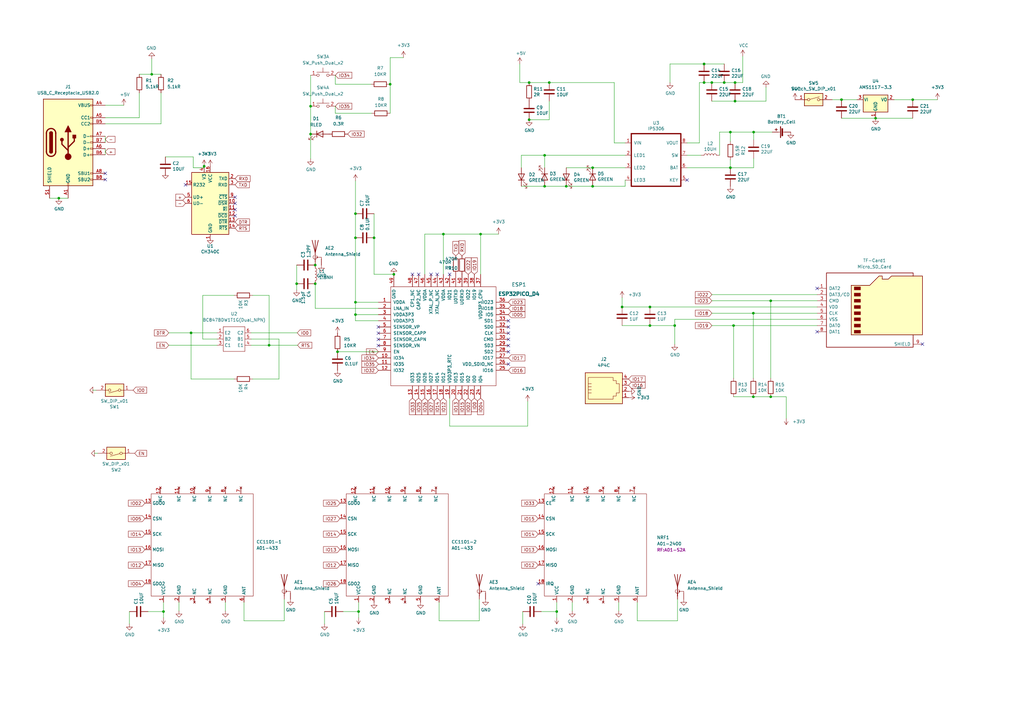
<source format=kicad_sch>
(kicad_sch (version 20211123) (generator eeschema)
  (paper "A3")
  (title_block (title "RF") (date "2022-06-02") (company "BY-LEON"))
  (lib_symbols
    (symbol "Connector:4P4C" (pin_names (offset 1.016))
      (property "Reference" "J" (at -5.08 8.89 0))
      (property "Value" "4P4C" (at 2.54 8.89 0))
      (symbol "4P4C_1_1"
        (pin passive line (at 10.16 -2.54 180) (length 2.54) (name "~") (number "1"))
        (pin passive line (at 10.16 0 180) (length 2.54) (name "~") (number "2"))
        (pin passive line (at 10.16 2.54 180) (length 2.54) (name "~") (number "3"))
        (pin passive line (at 10.16 5.08 180) (length 2.54) (name "~") (number "4"))
      )
    )
    (symbol "Connector:Micro_SD_Card" (pin_names (offset 1.016))
      (property "Reference" "J" (at -16.51 15.24 0))
      (property "Value" "Micro_SD_Card" (at 16.51 15.24 0))
      (symbol "Micro_SD_Card_1_1"
        (pin bidirectional line (at -22.86 7.62 0) (length 3.81) (name "DAT2") (number "1"))
        (pin bidirectional line (at -22.86 5.08 0) (length 3.81) (name "DAT3/CD") (number "2"))
        (pin input line (at -22.86 2.54 0) (length 3.81) (name "CMD") (number "3"))
        (pin power_in line (at -22.86 0 0) (length 3.81) (name "VDD") (number "4"))
        (pin input line (at -22.86 -2.54 0) (length 3.81) (name "CLK") (number "5"))
        (pin power_in line (at -22.86 -5.08 0) (length 3.81) (name "VSS") (number "6"))
        (pin bidirectional line (at -22.86 -7.62 0) (length 3.81) (name "DAT0") (number "7"))
        (pin bidirectional line (at -22.86 -10.16 0) (length 3.81) (name "DAT1") (number "8"))
        (pin passive line (at 20.32 -15.24 180) (length 3.81) (name "SHIELD") (number "9"))
      )
    )
    (symbol "Connector:USB_C_Receptacle_USB2.0" (pin_names (offset 1.016))
      (property "Reference" "J" (at -10.16 19.05 0))
      (property "Value" "USB_C_Receptacle_USB2.0" (at 19.05 19.05 0))
      (symbol "USB_C_Receptacle_USB2.0_1_1"
        (pin passive line (at 0 -22.86 90) (length 5.08) (name "GND") (number "A1"))
        (pin passive line (at 0 -22.86 90) (length 5.08) hide (name "GND") (number "A12"))
        (pin passive line (at 15.24 15.24 180) (length 5.08) (name "VBUS") (number "A4"))
        (pin bidirectional line (at 15.24 10.16 180) (length 5.08) (name "CC1") (number "A5"))
        (pin bidirectional line (at 15.24 -2.54 180) (length 5.08) (name "D+") (number "A6"))
        (pin bidirectional line (at 15.24 2.54 180) (length 5.08) (name "D-") (number "A7"))
        (pin bidirectional line (at 15.24 -12.7 180) (length 5.08) (name "SBU1") (number "A8"))
        (pin passive line (at 15.24 15.24 180) (length 5.08) hide (name "VBUS") (number "A9"))
        (pin passive line (at 0 -22.86 90) (length 5.08) hide (name "GND") (number "B1"))
        (pin passive line (at 0 -22.86 90) (length 5.08) hide (name "GND") (number "B12"))
        (pin passive line (at 15.24 15.24 180) (length 5.08) hide (name "VBUS") (number "B4"))
        (pin bidirectional line (at 15.24 7.62 180) (length 5.08) (name "CC2") (number "B5"))
        (pin bidirectional line (at 15.24 -5.08 180) (length 5.08) (name "D+") (number "B6"))
        (pin bidirectional line (at 15.24 0 180) (length 5.08) (name "D-") (number "B7"))
        (pin bidirectional line (at 15.24 -15.24 180) (length 5.08) (name "SBU2") (number "B8"))
        (pin passive line (at 15.24 15.24 180) (length 5.08) hide (name "VBUS") (number "B9"))
        (pin passive line (at -7.62 -22.86 90) (length 5.08) (name "SHIELD") (number "S1"))
      )
    )
    (symbol "Device:Antenna_Shield" (pin_numbers hide) (pin_names (offset 1.016) hide)
      (property "Reference" "AE" (at -1.905 4.445 0))
      (property "Value" "Antenna_Shield" (at -1.905 2.54 0))
      (symbol "Antenna_Shield_1_1"
        (pin input line (at 0 -5.08 90) (length 2.54) (name "A") (number "1"))
        (pin input line (at 2.54 -5.08 90) (length 2.54) (name "Shield") (number "2"))
      )
    )
    (symbol "Device:Battery_Cell" (pin_numbers hide) (pin_names (offset 0) hide)
      (property "Reference" "BT" (at 2.54 2.54 0))
      (property "Value" "Battery_Cell" (at 2.54 0 0))
      (symbol "Battery_Cell_1_1"
        (pin passive line (at 0 5.08 270) (length 2.54) (name "+") (number "1"))
        (pin passive line (at 0 -2.54 90) (length 2.54) (name "-") (number "2"))
      )
    )
    (symbol "Device:C" (pin_numbers hide) (pin_names (offset 0.254))
      (property "Reference" "C" (at 0.635 2.54 0))
      (property "Value" "C" (at 0.635 -2.54 0))
      (symbol "C_1_1"
        (pin passive line (at 0 3.81 270) (length 2.794) (name "~") (number "1"))
        (pin passive line (at 0 -3.81 90) (length 2.794) (name "~") (number "2"))
      )
    )
    (symbol "Device:L" (pin_numbers hide) (pin_names (offset 1.016) hide)
      (property "Reference" "L" (at -1.27 0 90))
      (property "Value" "L" (at 1.905 0 90))
      (symbol "L_1_1"
        (pin passive line (at 0 3.81 270) (length 1.27) (name "1") (number "1"))
        (pin passive line (at 0 -3.81 90) (length 1.27) (name "2") (number "2"))
      )
    )
    (symbol "Device:LED" (pin_numbers hide) (pin_names (offset 1.016) hide)
      (property "Reference" "D" (at 0 2.54 0))
      (property "Value" "LED" (at 0 -2.54 0))
      (symbol "LED_1_1"
        (pin passive line (at -3.81 0 0) (length 2.54) (name "K") (number "1"))
        (pin passive line (at 3.81 0 180) (length 2.54) (name "A") (number "2"))
      )
    )
    (symbol "Device:R" (pin_numbers hide) (pin_names (offset 0))
      (property "Reference" "R" (at 2.032 0 90))
      (property "Value" "R" (at 0 0 90))
      (symbol "R_1_1"
        (pin passive line (at 0 3.81 270) (length 1.27) (name "~") (number "1"))
        (pin passive line (at 0 -3.81 90) (length 1.27) (name "~") (number "2"))
      )
    )
    (symbol "ESP32+CC1101-cache:Switch_SW_DIP_x01" (pin_names (offset 0) hide)
      (property "Reference" "SW" (at 0 3.81 0))
      (property "Value" "Switch_SW_DIP_x01" (at 0 -3.81 0))
      (symbol "Switch_SW_DIP_x01_1_1"
        (pin passive line (at -7.62 0 0) (length 5.08) (name "~") (number "1"))
        (pin passive line (at 7.62 0 180) (length 5.08) (name "~") (number "2"))
      )
    )
    (symbol "ESP32+CC1101-rescue:GND-yardstickone-cache" (power) (pin_names (offset 0))
      (symbol "GND-yardstickone-cache_1_1"
        (pin power_in line (at 0 0 90) (length 0) hide (name "GND") (number "1"))
      )
    )
    (symbol "Interface_USB:CH340C"
      (property "Reference" "U" (at -5.08 13.97 0))
      (property "Value" "CH340C" (at 1.27 13.97 0))
      (symbol "CH340C_1_1"
        (pin power_in line (at 0 -15.24 90) (length 2.54) (name "GND") (number "1"))
        (pin input line (at 10.16 0 180) (length 2.54) (name "~{DSR}") (number "10"))
        (pin input line (at 10.16 -2.54 180) (length 2.54) (name "~{RI}") (number "11"))
        (pin input line (at 10.16 -5.08 180) (length 2.54) (name "~{DCD}") (number "12"))
        (pin output line (at 10.16 -7.62 180) (length 2.54) (name "~{DTR}") (number "13"))
        (pin output line (at 10.16 -10.16 180) (length 2.54) (name "~{RTS}") (number "14"))
        (pin input line (at -10.16 7.62 0) (length 2.54) (name "R232") (number "15"))
        (pin power_in line (at 0 15.24 270) (length 2.54) (name "VCC") (number "16"))
        (pin output line (at 10.16 10.16 180) (length 2.54) (name "TXD") (number "2"))
        (pin input line (at 10.16 7.62 180) (length 2.54) (name "RXD") (number "3"))
        (pin passive line (at -2.54 15.24 270) (length 2.54) (name "V3") (number "4"))
        (pin bidirectional line (at -10.16 2.54 0) (length 2.54) (name "UD+") (number "5"))
        (pin bidirectional line (at -10.16 0 0) (length 2.54) (name "UD-") (number "6"))
        (pin no_connect line (at -7.62 -7.62 0) (length 2.54) hide (name "NC") (number "7"))
        (pin no_connect line (at -7.62 -10.16 0) (length 2.54) hide (name "NC") (number "8"))
        (pin input line (at 10.16 2.54 180) (length 2.54) (name "~{CTS}") (number "9"))
      )
    )
    (symbol "LEON:BC847BDW1T1G(Dual_NPN)"
      (property "Reference" "U" (at -1.27 6.35 0))
      (property "Value" "BC847BDW1T1G(Dual_NPN)" (at 1.27 -7.62 0))
      (symbol "BC847BDW1T1G(Dual_NPN)_1_1"
        (pin bidirectional line (at -7.62 2.54 0) (length 2.54) (name "E2") (number "1"))
        (pin bidirectional line (at -7.62 0 0) (length 2.54) (name "B2") (number "2"))
        (pin bidirectional line (at -7.62 -2.54 0) (length 2.54) (name "C1") (number "3"))
        (pin bidirectional line (at 6.35 -2.54 180) (length 2.54) (name "E1") (number "4"))
        (pin bidirectional line (at 6.35 0 180) (length 2.54) (name "B1") (number "5"))
        (pin bidirectional line (at 6.35 2.54 180) (length 2.54) (name "C2") (number "6"))
      )
    )
    (symbol "Regulator_Linear:AMS1117-3.3" (pin_names (offset 0.254))
      (property "Reference" "U" (at -3.81 3.175 0))
      (property "Value" "AMS1117-3.3" (at 0 3.175 0))
      (symbol "AMS1117-3.3_1_1"
        (pin power_in line (at 0 -7.62 90) (length 2.54) (name "GND") (number "1"))
        (pin power_out line (at 7.62 0 180) (length 2.54) (name "VO") (number "2"))
        (pin power_in line (at -7.62 0 0) (length 2.54) (name "VI") (number "3"))
      )
    )
    (symbol "Switch:SW_DIP_x01" (pin_names (offset 0) hide)
      (property "Reference" "SW" (at 0 3.81 0))
      (property "Value" "SW_DIP_x01" (at 0 -3.81 0))
      (symbol "SW_DIP_x01_1_1"
        (pin passive line (at -7.62 0 0) (length 5.08) (name "~") (number "1"))
        (pin passive line (at 7.62 0 180) (length 5.08) (name "~") (number "2"))
      )
    )
    (symbol "Switch:SW_Push_Dual_x2" (pin_names (offset 1.016) hide)
      (property "Reference" "SW" (at 1.27 2.54 0))
      (property "Value" "SW_Push_Dual_x2" (at 0 -1.524 0))
      (symbol "SW_Push_Dual_x2_1_1"
        (pin passive line (at -5.08 0 0) (length 2.54) (name "C") (number "1"))
        (pin passive line (at 5.08 0 180) (length 2.54) (name "D") (number "2"))
      )
      (symbol "SW_Push_Dual_x2_2_1"
        (pin passive line (at -5.08 0 0) (length 2.54) (name "C") (number "3"))
        (pin passive line (at 5.08 0 180) (length 2.54) (name "D") (number "4"))
      )
    )
    (symbol "esp32-rescue:IP5306-RF1101" (pin_names (offset 1.016))
      (property "Reference" "U" (at 0 -3.81 0))
      (property "Value" "IP5306-RF1101" (at 0 2.54 0))
      (symbol "IP5306-RF1101_1_1"
        (pin power_in line (at -12.7 6.35 0) (length 2.54) (name "VIN") (number "1"))
        (pin bidirectional line (at -12.7 1.27 0) (length 2.54) (name "LED1") (number "2"))
        (pin bidirectional line (at -12.7 -3.81 0) (length 2.54) (name "LED2") (number "3"))
        (pin bidirectional line (at -12.7 -8.89 0) (length 2.54) (name "LED3") (number "4"))
        (pin bidirectional line (at 12.7 -8.89 180) (length 2.54) (name "KEY") (number "5"))
        (pin bidirectional line (at 12.7 -3.81 180) (length 2.54) (name "BAT") (number "6"))
        (pin bidirectional line (at 12.7 1.27 180) (length 2.54) (name "SW") (number "7"))
        (pin bidirectional line (at 12.7 6.35 180) (length 2.54) (name "VOUT") (number "8"))
      )
    )
    (symbol "esp32pico_d4:ESP32PICO_D4" (pin_names (offset 1.016))
      (property "Reference" "ESP" (at 20.32 17.78 0))
      (property "Value" "ESP32PICO_D4" (at 25.4 20.32 0))
      (symbol "ESP32PICO_D4_1_1"
        (pin bidirectional line (at -5.08 34.29 0) (length 5.08) (name "VDDA") (number "1"))
        (pin bidirectional line (at -5.08 11.43 0) (length 5.08) (name "IO34") (number "10"))
        (pin bidirectional line (at -5.08 8.89 0) (length 5.08) (name "IO35") (number "11"))
        (pin bidirectional line (at -5.08 6.35 0) (length 5.08) (name "IO32") (number "12"))
        (pin bidirectional line (at 8.89 -5.08 90) (length 5.08) (name "IO33") (number "13"))
        (pin bidirectional line (at 11.43 -5.08 90) (length 5.08) (name "IO25") (number "14"))
        (pin bidirectional line (at 13.97 -5.08 90) (length 5.08) (name "IO26") (number "15"))
        (pin bidirectional line (at 16.51 -5.08 90) (length 5.08) (name "IO27") (number "16"))
        (pin bidirectional line (at 19.05 -5.08 90) (length 5.08) (name "IO14") (number "17"))
        (pin bidirectional line (at 21.59 -5.08 90) (length 5.08) (name "IO12") (number "18"))
        (pin bidirectional line (at 24.13 -5.08 90) (length 5.08) (name "VDD3P3_RTC") (number "19"))
        (pin bidirectional line (at -5.08 31.75 0) (length 5.08) (name "LNA_IN") (number "2"))
        (pin bidirectional line (at 26.67 -5.08 90) (length 5.08) (name "IO13") (number "20"))
        (pin bidirectional line (at 29.21 -5.08 90) (length 5.08) (name "IO15") (number "21"))
        (pin bidirectional line (at 31.75 -5.08 90) (length 5.08) (name "IO2") (number "22"))
        (pin bidirectional line (at 34.29 -5.08 90) (length 5.08) (name "IO0") (number "23"))
        (pin bidirectional line (at 36.83 -5.08 90) (length 5.08) (name "IO4") (number "24"))
        (pin bidirectional line (at 48.26 6.35 180) (length 5.08) (name "IO16") (number "25"))
        (pin bidirectional line (at 48.26 8.89 180) (length 5.08) (name "VDD_SDIO_NC") (number "26"))
        (pin bidirectional line (at 48.26 11.43 180) (length 5.08) (name "IO17") (number "27"))
        (pin bidirectional line (at 48.26 13.97 180) (length 5.08) (name "SD2") (number "28"))
        (pin bidirectional line (at 48.26 16.51 180) (length 5.08) (name "SD3") (number "29"))
        (pin bidirectional line (at -5.08 29.21 0) (length 5.08) (name "VDDA3P3") (number "3"))
        (pin bidirectional line (at 48.26 19.05 180) (length 5.08) (name "CMD") (number "30"))
        (pin bidirectional line (at 48.26 21.59 180) (length 5.08) (name "CLK") (number "31"))
        (pin bidirectional line (at 48.26 24.13 180) (length 5.08) (name "SD0") (number "32"))
        (pin bidirectional line (at 48.26 26.67 180) (length 5.08) (name "SD1") (number "33"))
        (pin bidirectional line (at 48.26 29.21 180) (length 5.08) (name "IO5") (number "34"))
        (pin bidirectional line (at 48.26 31.75 180) (length 5.08) (name "IO18") (number "35"))
        (pin bidirectional line (at 48.26 34.29 180) (length 5.08) (name "IO23") (number "36"))
        (pin bidirectional line (at 36.83 45.72 270) (length 5.08) (name "VDD3P3_CPU") (number "37"))
        (pin bidirectional line (at 34.29 45.72 270) (length 5.08) (name "IO19") (number "38"))
        (pin bidirectional line (at 31.75 45.72 270) (length 5.08) (name "IO22") (number "39"))
        (pin bidirectional line (at -5.08 26.67 0) (length 5.08) (name "VDDA3P3") (number "4"))
        (pin bidirectional line (at 29.21 45.72 270) (length 5.08) (name "U0RXD") (number "40"))
        (pin bidirectional line (at 26.67 45.72 270) (length 5.08) (name "U0TXD") (number "41"))
        (pin bidirectional line (at 24.13 45.72 270) (length 5.08) (name "IO21") (number "42"))
        (pin bidirectional line (at 21.59 45.72 270) (length 5.08) (name "VDDA") (number "43"))
        (pin bidirectional line (at 19.05 45.72 270) (length 5.08) (name "XTAL_N_NC") (number "44"))
        (pin bidirectional line (at 16.51 45.72 270) (length 5.08) (name "XTAL_P_NC") (number "45"))
        (pin bidirectional line (at 13.97 45.72 270) (length 5.08) (name "VDDA") (number "46"))
        (pin bidirectional line (at 11.43 45.72 270) (length 5.08) (name "CAP2_NC") (number "47"))
        (pin bidirectional line (at 8.89 45.72 270) (length 5.08) (name "CP1_NC") (number "48"))
        (pin bidirectional line (at 1.27 45.72 270) (length 5.08) (name "GND") (number "49"))
        (pin bidirectional line (at -5.08 24.13 0) (length 5.08) (name "SENSOR_VP") (number "5"))
        (pin bidirectional line (at -5.08 21.59 0) (length 5.08) (name "SENSOR_CAPP") (number "6"))
        (pin bidirectional line (at -5.08 19.05 0) (length 5.08) (name "SENSOR_CAPN") (number "7"))
        (pin bidirectional line (at -5.08 16.51 0) (length 5.08) (name "SENSOR_VN") (number "8"))
        (pin bidirectional line (at -5.08 13.97 0) (length 5.08) (name "EN") (number "9"))
      )
    )
    (symbol "power:+3.3V" (power) (pin_names (offset 0))
      (property "Value" "+3.3V" (at 0 3.556 0))
      (symbol "+3.3V_1_1"
        (pin power_in line (at 0 0 90) (length 0) hide (name "+3V3") (number "1"))
      )
    )
    (symbol "power:+5V" (power) (pin_names (offset 0))
      (property "Value" "+5V" (at 0 3.556 0))
      (symbol "+5V_1_1"
        (pin power_in line (at 0 0 90) (length 0) hide (name "+5V") (number "1"))
      )
    )
    (symbol "power:GND" (power) (pin_names (offset 0))
      (property "Value" "GND" (at 0 -3.81 0))
      (symbol "GND_1_1"
        (pin power_in line (at 0 0 270) (length 0) hide (name "GND") (number "1"))
      )
    )
    (symbol "power:VCC" (power) (pin_names (offset 0))
      (property "Value" "VCC" (at 0 3.81 0))
      (symbol "VCC_1_1"
        (pin power_in line (at 0 0 90) (length 0) hide (name "VCC") (number "1"))
      )
    )
    (symbol "rf1101_ip5306:A01-2400"
      (property "Reference" "M" (at 0 -5.08 0))
      (property "Value" "A01-2400" (at 0 5.08 0))
      (property "Footprint" "RF:A01-S2A" (at 0 0 0))
      (symbol "A01-2400_1_1"
        (pin power_in line (at -15.24 -22.86 90) (length 2.54) (name "VCC") (number "1"))
        (pin no_connect line (at -2.54 24.13 270) (length 2.54) (name "NC") (number "10"))
        (pin no_connect line (at -8.89 24.13 270) (length 2.54) (name "NC") (number "11"))
        (pin no_connect line (at -16.51 24.13 270) (length 2.54) (name "NC") (number "12"))
        (pin bidirectional line (at -22.86 17.78 0) (length 2.54) (name "CE") (number "13"))
        (pin bidirectional line (at -22.86 11.43 0) (length 2.54) (name "CSN") (number "14"))
        (pin bidirectional line (at -22.86 5.08 0) (length 2.54) (name "SCK") (number "15"))
        (pin bidirectional line (at -22.86 -1.27 0) (length 2.54) (name "MOSI") (number "16"))
        (pin bidirectional line (at -22.86 -7.62 0) (length 2.54) (name "MISO") (number "17"))
        (pin bidirectional line (at -22.86 -15.24 0) (length 2.54) (name "IRQ") (number "18"))
        (pin power_in line (at -8.89 -22.86 90) (length 2.54) (name "GND") (number "2"))
        (pin no_connect line (at -2.54 -22.86 90) (length 2.54) (name "NC") (number "3"))
        (pin no_connect line (at 3.81 -22.86 90) (length 2.54) (name "NC") (number "4"))
        (pin power_in line (at 10.16 -22.86 90) (length 2.54) (name "GND") (number "5"))
        (pin bidirectional line (at 17.78 -22.86 90) (length 2.54) (name "ANT") (number "6"))
        (pin no_connect line (at 16.51 24.13 270) (length 2.54) (name "NC") (number "7"))
        (pin no_connect line (at 10.16 24.13 270) (length 2.54) (name "NC") (number "8"))
        (pin no_connect line (at 3.81 24.13 270) (length 2.54) (name "NC") (number "9"))
      )
    )
    (symbol "rf1101_ip5306:A01-433"
      (property "Reference" "M" (at 0 -2.54 0))
      (property "Value" "A01-433" (at 0 3.81 0))
      (symbol "A01-433_1_1"
        (pin power_in line (at -15.24 -22.86 90) (length 2.54) (name "VCC") (number "1"))
        (pin no_connect line (at -2.54 24.13 270) (length 2.54) (name "NC") (number "10"))
        (pin no_connect line (at -8.89 24.13 270) (length 2.54) (name "NC") (number "11"))
        (pin no_connect line (at -16.51 24.13 270) (length 2.54) (name "NC") (number "12"))
        (pin bidirectional line (at -22.86 17.78 0) (length 2.54) (name "GDO0") (number "13"))
        (pin bidirectional line (at -22.86 11.43 0) (length 2.54) (name "CSN") (number "14"))
        (pin bidirectional line (at -22.86 5.08 0) (length 2.54) (name "SCK") (number "15"))
        (pin bidirectional line (at -22.86 -1.27 0) (length 2.54) (name "MOSI") (number "16"))
        (pin bidirectional line (at -22.86 -7.62 0) (length 2.54) (name "MISO") (number "17"))
        (pin bidirectional line (at -22.86 -15.24 0) (length 2.54) (name "GDO2") (number "18"))
        (pin power_in line (at -8.89 -22.86 90) (length 2.54) (name "GND") (number "2"))
        (pin no_connect line (at -2.54 -22.86 90) (length 2.54) (name "NC") (number "3"))
        (pin no_connect line (at 3.81 -22.86 90) (length 2.54) (name "NC") (number "4"))
        (pin power_in line (at 10.16 -22.86 90) (length 2.54) (name "GND") (number "5"))
        (pin bidirectional line (at 17.78 -22.86 90) (length 2.54) (name "ANT") (number "6"))
        (pin no_connect line (at 16.51 24.13 270) (length 2.54) (name "NC") (number "7"))
        (pin no_connect line (at 10.16 24.13 270) (length 2.54) (name "NC") (number "8"))
        (pin no_connect line (at 3.81 24.13 270) (length 2.54) (name "NC") (number "9"))
      )
    )
  )
  (junction (at 181.864 96.012))
  (junction (at 197.104 96.012))
  (junction (at 308.991 128.4478))
  (junction (at 145.796 123.952))
  (junction (at 301.4726 33.8582))
  (junction (at 110.363 141.605))
  (junction (at 243.0526 76.4032))
  (junction (at 78.359 136.525))
  (junction (at 243.0526 68.7832))
  (junction (at 67.056 250.825))
  (junction (at 129.286 116.3574))
  (junction (at 24.13 81.28))
  (junction (at 255.143 125.9078))
  (junction (at 291.9476 33.8582))
  (junction (at 300.863 133.5278))
  (junction (at 83.7184 68.1736))
  (junction (at 223.3676 63.7032))
  (junction (at 228.346 250.825))
  (junction (at 217.0176 49.0982))
  (junction (at 145.796 87.63))
  (junction (at 160.02 34.544))
  (junction (at 145.796 97.536))
  (junction (at 309.0926 54.1782))
  (junction (at 138.43 144.272))
  (junction (at 145.796 129.032))
  (junction (at 147.066 250.825))
  (junction (at 223.3676 76.4032))
  (junction (at 153.416 97.536))
  (junction (at 266.573 133.5278))
  (junction (at 359.1052 48.4886))
  (junction (at 288.7726 26.2382))
  (junction (at 232.2576 76.4032))
  (junction (at 127.381 54.991))
  (junction (at 345.1352 40.8686))
  (junction (at 161.544 112.522))
  (junction (at 266.573 125.9078))
  (junction (at 121.666 116.3574))
  (junction (at 225.2726 33.8582))
  (junction (at 316.103 162.7378))
  (junction (at 288.7726 33.8582))
  (junction (at 129.286 108.712))
  (junction (at 316.103 123.3678))
  (junction (at 297.0276 33.8582))
  (junction (at 127.381 43.561))
  (junction (at 374.3452 40.8686))
  (junction (at 301.4726 41.4782))
  (junction (at 62.23 30.48))
  (junction (at 299.5676 68.7832))
  (junction (at 299.5676 54.1782))
  (junction (at 308.991 162.7378))
  (junction (at 276.733 133.5278))
  (junction (at 217.0176 33.8582))
  (no_connect (at 155.194 141.732))
  (no_connect (at 155.194 139.192))
  (no_connect (at 155.194 136.652))
  (no_connect (at 169.164 112.522))
  (no_connect (at 171.704 112.522))
  (no_connect (at 176.784 112.522))
  (no_connect (at 179.324 112.522))
  (no_connect (at 155.194 134.112))
  (no_connect (at 43.18 73.66))
  (no_connect (at 96.4184 80.8736))
  (no_connect (at 281.7876 73.8632))
  (no_connect (at 335.153 118.2878))
  (no_connect (at 335.153 136.0678))
  (no_connect (at 184.404 112.522))
  (no_connect (at 208.534 131.572))
  (no_connect (at 220.726 239.395))
  (no_connect (at 96.4184 85.9536))
  (no_connect (at 96.4184 88.4936))
  (no_connect (at 378.333 141.1478))
  (no_connect (at 76.0984 75.7936))
  (no_connect (at 208.534 134.112))
  (no_connect (at 208.534 136.652))
  (no_connect (at 208.534 139.192))
  (no_connect (at 208.534 141.732))
  (no_connect (at 208.534 144.272))
  (no_connect (at 208.534 149.352))
  (no_connect (at 43.18 71.12))
  (no_connect (at 96.4184 83.4136))
  (wire (pts (xy 316.103 123.3678) (xy 316.103 155.1178)))
  (wire (pts (xy 221.996 250.825) (xy 228.346 250.825)))
  (wire (pts (xy 223.3676 76.4032) (xy 213.8426 76.4032)))
  (wire (pts (xy 60.706 250.825) (xy 67.056 250.825)))
  (wire (pts (xy 217.0176 49.0982) (xy 225.2726 49.0982)))
  (wire (pts (xy 127.381 30.861) (xy 127.381 43.561)))
  (wire (pts (xy 140.716 250.825) (xy 147.066 250.825)))
  (wire (pts (xy 79.2734 64.3636) (xy 79.2734 68.8086)))
  (wire (pts (xy 137.541 43.561) (xy 137.541 46.482)))
  (wire (pts (xy 43.18 60.96) (xy 43.18 63.5)))
  (wire (pts (xy 145.796 123.952) (xy 145.796 129.032)))
  (wire (pts (xy 116.586 245.745) (xy 116.586 254.635)))
  (wire (pts (xy 197.104 112.522) (xy 197.104 96.012)))
  (wire (pts (xy 256.3876 76.4032) (xy 243.0526 76.4032)))
  (wire (pts (xy 127.381 54.991) (xy 127.381 65.151)))
  (wire (pts (xy 288.7726 26.2382) (xy 274.8026 26.2382)))
  (wire (pts (xy 291.973 133.5278) (xy 300.863 133.5278)))
  (wire (pts (xy 309.0926 57.3532) (xy 309.0926 54.1782)))
  (wire (pts (xy 291.973 120.8278) (xy 335.153 120.8278)))
  (wire (pts (xy 277.876 245.745) (xy 277.876 254.635)))
  (wire (pts (xy 73.406 247.015) (xy 73.406 250.571)))
  (wire (pts (xy 374.3452 40.8686) (xy 384.5052 40.8686)))
  (wire (pts (xy 137.541 34.544) (xy 152.146 34.544)))
  (wire (pts (xy 43.18 43.18) (xy 50.8 43.18)))
  (wire (pts (xy 261.366 254.635) (xy 277.876 254.635)))
  (wire (pts (xy 181.864 96.012) (xy 197.104 96.012)))
  (wire (pts (xy 309.0926 64.9732) (xy 309.0926 68.7832)))
  (wire (pts (xy 184.404 174.752) (xy 216.408 174.752)))
  (wire (pts (xy 216.408 164.592) (xy 216.408 174.752)))
  (wire (pts (xy 67.056 250.825) (xy 67.056 253.365)))
  (wire (pts (xy 127.381 43.561) (xy 127.381 54.991)))
  (wire (pts (xy 291.973 123.3678) (xy 316.103 123.3678)))
  (wire (pts (xy 57.15 30.48) (xy 62.23 30.48)))
  (wire (pts (xy 322.453 162.7378) (xy 322.453 171.6278)))
  (wire (pts (xy 297.0276 26.2382) (xy 288.7726 26.2382)))
  (wire (pts (xy 256.3876 73.8632) (xy 256.3876 76.4032)))
  (wire (pts (xy 291.9476 33.8582) (xy 297.0276 33.8582)))
  (wire (pts (xy 38.735 185.928) (xy 40.005 185.928)))
  (wire (pts (xy 288.7726 33.8582) (xy 291.9476 33.8582)))
  (wire (pts (xy 225.2726 33.8582) (xy 217.0176 33.8582)))
  (wire (pts (xy 102.997 136.525) (xy 121.92 136.525)))
  (wire (pts (xy 309.0926 68.7832) (xy 299.5676 68.7832)))
  (wire (pts (xy 78.359 155.448) (xy 96.012 155.448)))
  (wire (pts (xy 137.541 46.482) (xy 152.4 46.482)))
  (wire (pts (xy 67.056 247.015) (xy 67.056 250.825)))
  (wire (pts (xy 79.2734 68.8086) (xy 83.7184 68.8086)))
  (wire (pts (xy 308.991 128.4478) (xy 308.991 155.1178)))
  (wire (pts (xy 147.066 247.015) (xy 147.066 250.825)))
  (wire (pts (xy 213.8426 63.7032) (xy 213.8426 68.7832)))
  (wire (pts (xy 308.991 162.7378) (xy 316.103 162.7378)))
  (wire (pts (xy 20.32 81.28) (xy 24.13 81.28)))
  (wire (pts (xy 291.973 128.4478) (xy 308.991 128.4478)))
  (wire (pts (xy 243.0526 68.7832) (xy 232.2576 68.7832)))
  (wire (pts (xy 197.104 96.012) (xy 204.47 96.012)))
  (wire (pts (xy 100.076 254.635) (xy 116.586 254.635)))
  (wire (pts (xy 153.416 97.536) (xy 153.416 112.522)))
  (wire (pts (xy 137.541 30.861) (xy 137.541 34.544)))
  (wire (pts (xy 129.286 126.492) (xy 155.194 126.492)))
  (wire (pts (xy 243.0526 76.4032) (xy 232.2576 76.4032)))
  (wire (pts (xy 253.746 250.571) (xy 253.746 247.015)))
  (wire (pts (xy 145.796 131.572) (xy 145.796 129.032)))
  (wire (pts (xy 145.796 74.168) (xy 145.796 87.63)))
  (wire (pts (xy 225.2726 49.0982) (xy 225.2726 41.4782)))
  (wire (pts (xy 180.086 254.635) (xy 196.596 254.635)))
  (wire (pts (xy 316.103 123.3678) (xy 335.153 123.3678)))
  (wire (pts (xy 345.1352 48.4886) (xy 359.1052 48.4886)))
  (wire (pts (xy 299.5676 65.6082) (xy 299.5676 68.7832)))
  (wire (pts (xy 276.733 133.5278) (xy 276.733 141.1478)))
  (wire (pts (xy 276.733 130.9878) (xy 276.733 133.5278)))
  (wire (pts (xy 103.632 121.158) (xy 110.363 121.158)))
  (wire (pts (xy 341.3252 40.8686) (xy 345.1352 40.8686)))
  (wire (pts (xy 281.7876 63.7032) (xy 287.5026 63.7032)))
  (wire (pts (xy 309.0926 54.1782) (xy 316.7126 54.1782)))
  (wire (pts (xy 83.7184 68.8086) (xy 83.7184 68.1736)))
  (wire (pts (xy 43.18 48.26) (xy 57.15 48.26)))
  (wire (pts (xy 228.346 247.015) (xy 228.346 250.825)))
  (wire (pts (xy 160.02 34.544) (xy 159.766 34.544)))
  (wire (pts (xy 69.215 136.525) (xy 78.359 136.525)))
  (wire (pts (xy 103.632 155.448) (xy 114.427 155.448)))
  (wire (pts (xy 359.1052 48.4886) (xy 374.3452 48.4886)))
  (wire (pts (xy 181.864 112.522) (xy 181.864 96.012)))
  (wire (pts (xy 102.997 141.605) (xy 110.363 141.605)))
  (wire (pts (xy 251.9426 33.8582) (xy 251.9426 58.6232)))
  (wire (pts (xy 232.2576 76.4032) (xy 223.3676 76.4032)))
  (wire (pts (xy 160.02 23.622) (xy 165.481 23.622)))
  (wire (pts (xy 213.8426 63.7032) (xy 223.3676 63.7032)))
  (wire (pts (xy 62.23 24.13) (xy 62.23 30.48)))
  (wire (pts (xy 145.796 97.536) (xy 145.796 123.952)))
  (wire (pts (xy 308.991 128.4478) (xy 335.153 128.4478)))
  (wire (pts (xy 234.696 247.015) (xy 234.696 250.571)))
  (wire (pts (xy 155.194 131.572) (xy 145.796 131.572)))
  (wire (pts (xy 213.2076 33.8582) (xy 213.2076 26.2382)))
  (wire (pts (xy 295.1226 54.1782) (xy 299.5676 54.1782)))
  (wire (pts (xy 228.346 250.825) (xy 228.346 253.365)))
  (wire (pts (xy 316.103 162.7378) (xy 322.453 162.7378)))
  (wire (pts (xy 299.5676 57.9882) (xy 299.5676 54.1782)))
  (wire (pts (xy 38.1 160.02) (xy 39.37 160.02)))
  (wire (pts (xy 335.153 130.9878) (xy 276.733 130.9878)))
  (wire (pts (xy 297.0276 33.8582) (xy 301.4726 33.8582)))
  (wire (pts (xy 43.18 55.88) (xy 43.18 58.42)))
  (wire (pts (xy 174.244 96.012) (xy 181.864 96.012)))
  (wire (pts (xy 89.027 139.065) (xy 83.185 139.065)))
  (wire (pts (xy 255.143 125.9078) (xy 266.573 125.9078)))
  (wire (pts (xy 153.416 87.63) (xy 153.416 97.536)))
  (wire (pts (xy 153.416 112.522) (xy 161.544 112.522)))
  (wire (pts (xy 299.5676 54.1782) (xy 309.0926 54.1782)))
  (wire (pts (xy 155.194 129.032) (xy 145.796 129.032)))
  (wire (pts (xy 300.863 133.5278) (xy 300.863 155.1178)))
  (wire (pts (xy 145.796 87.63) (xy 145.796 97.536)))
  (wire (pts (xy 121.666 108.712) (xy 121.666 116.3574)))
  (wire (pts (xy 69.215 141.605) (xy 89.027 141.605)))
  (wire (pts (xy 83.185 121.158) (xy 96.012 121.158)))
  (wire (pts (xy 251.9426 58.6232) (xy 256.3876 58.6232)))
  (wire (pts (xy 225.2726 33.8582) (xy 251.9426 33.8582)))
  (wire (pts (xy 78.359 136.525) (xy 89.027 136.525)))
  (wire (pts (xy 160.02 46.482) (xy 160.02 34.544)))
  (wire (pts (xy 261.366 247.015) (xy 261.366 254.635)))
  (wire (pts (xy 281.7876 68.7832) (xy 299.5676 68.7832)))
  (wire (pts (xy 286.8676 58.6232) (xy 286.8676 33.8582)))
  (wire (pts (xy 133.096 250.825) (xy 133.096 255.905)))
  (wire (pts (xy 217.0176 33.8582) (xy 213.2076 33.8582)))
  (wire (pts (xy 160.02 34.544) (xy 160.02 23.622)))
  (wire (pts (xy 255.143 133.5278) (xy 266.573 133.5278)))
  (wire (pts (xy 24.13 81.28) (xy 27.94 81.28)))
  (wire (pts (xy 300.863 133.5278) (xy 335.153 133.5278)))
  (wire (pts (xy 114.427 155.448) (xy 114.427 139.065)))
  (wire (pts (xy 100.076 247.015) (xy 100.076 254.635)))
  (wire (pts (xy 274.8026 26.2382) (xy 274.8026 33.8582)))
  (wire (pts (xy 223.3676 68.7832) (xy 223.3676 63.7032)))
  (wire (pts (xy 129.286 116.332) (xy 129.286 116.3574)))
  (wire (pts (xy 53.086 250.825) (xy 53.086 255.905)))
  (wire (pts (xy 110.363 141.605) (xy 122.047 141.605)))
  (wire (pts (xy 43.18 50.8) (xy 66.04 50.8)))
  (wire (pts (xy 286.8676 33.8582) (xy 288.7726 33.8582)))
  (wire (pts (xy 281.7876 58.6232) (xy 286.8676 58.6232)))
  (wire (pts (xy 92.456 250.571) (xy 92.456 247.015)))
  (wire (pts (xy 255.143 122.0978) (xy 255.143 125.9078)))
  (wire (pts (xy 266.573 133.5278) (xy 276.733 133.5278)))
  (wire (pts (xy 155.194 123.952) (xy 145.796 123.952)))
  (wire (pts (xy 114.427 139.065) (xy 102.997 139.065)))
  (wire (pts (xy 83.185 139.065) (xy 83.185 121.158)))
  (wire (pts (xy 62.23 30.48) (xy 66.04 30.48)))
  (wire (pts (xy 366.7252 40.8686) (xy 374.3452 40.8686)))
  (wire (pts (xy 184.404 163.322) (xy 184.404 174.752)))
  (wire (pts (xy 304.6476 33.8582) (xy 304.6476 23.0632)))
  (wire (pts (xy 180.086 247.015) (xy 180.086 254.635)))
  (wire (pts (xy 147.066 250.825) (xy 147.066 253.365)))
  (wire (pts (xy 138.43 144.272) (xy 155.194 144.272)))
  (wire (pts (xy 214.376 250.825) (xy 214.376 255.905)))
  (wire (pts (xy 78.359 136.525) (xy 78.359 155.448)))
  (wire (pts (xy 345.1352 40.8686) (xy 351.4852 40.8686)))
  (wire (pts (xy 301.4726 33.8582) (xy 304.6476 33.8582)))
  (wire (pts (xy 121.666 116.3574) (xy 121.666 118.872)))
  (wire (pts (xy 223.3676 63.7032) (xy 256.3876 63.7032)))
  (wire (pts (xy 57.15 38.1) (xy 57.15 48.26)))
  (wire (pts (xy 291.9476 41.4782) (xy 301.4726 41.4782)))
  (wire (pts (xy 266.573 125.9078) (xy 335.153 125.9078)))
  (wire (pts (xy 66.04 38.1) (xy 66.04 50.8)))
  (wire (pts (xy 301.4726 41.4782) (xy 314.1726 41.4782)))
  (wire (pts (xy 110.363 121.158) (xy 110.363 141.605)))
  (wire (pts (xy 129.286 116.3574) (xy 129.286 126.492)))
  (wire (pts (xy 256.3876 68.7832) (xy 243.0526 68.7832)))
  (wire (pts (xy 300.863 162.7378) (xy 308.991 162.7378)))
  (wire (pts (xy 314.1726 41.4782) (xy 314.1726 35.7632)))
  (wire (pts (xy 196.596 245.745) (xy 196.596 254.635)))
  (wire (pts (xy 174.244 112.522) (xy 174.244 96.012)))
  (wire (pts (xy 295.1226 63.7032) (xy 295.1226 54.1782)))
  (wire (pts (xy 67.8434 64.3636) (xy 79.2734 64.3636)))
  (global_label "IO25" (shape input) (at 139.446 206.375 180) (property "Intersheet References" "${INTERSHEET_REFS}" (effects hide)))
  (global_label "IO27" (shape input) (at 139.446 212.725 180) (property "Intersheet References" "${INTERSHEET_REFS}" (effects hide)))
  (global_label "IO34" (shape input) (at 155.194 146.812 180) (property "Intersheet References" "${INTERSHEET_REFS}" (effects hide)))
  (global_label "IO19" (shape input) (at 194.564 112.522 90) (property "Intersheet References" "${INTERSHEET_REFS}" (effects hide)))
  (global_label "IO18" (shape input) (at 208.534 126.492 0) (property "Intersheet References" "${INTERSHEET_REFS}" (effects hide)))
  (global_label "IO14" (shape input) (at 139.446 219.075 180) (property "Intersheet References" "${INTERSHEET_REFS}" (effects hide)))
  (global_label "IO34" (shape input) (at 137.541 30.861 0) (property "Intersheet References" "${INTERSHEET_REFS}" (effects hide)))
  (global_label "IO04" (shape input) (at 59.436 239.395 180) (property "Intersheet References" "${INTERSHEET_REFS}" (effects hide)))
  (global_label "IO16" (shape input) (at 257.81 157.988 0) (property "Intersheet References" "${INTERSHEET_REFS}" (effects hide)))
  (global_label "IO27" (shape input) (at 176.784 163.322 270) (property "Intersheet References" "${INTERSHEET_REFS}" (effects hide)))
  (global_label "RTS" (shape input) (at 122.047 141.605 0) (property "Intersheet References" "${INTERSHEET_REFS}" (effects hide)))
  (global_label "IO19" (shape input) (at 291.973 133.5278 180) (property "Intersheet References" "${INTERSHEET_REFS}" (effects hide)))
  (global_label "+" (shape input) (at 76.0984 80.8736 180) (property "Intersheet References" "${INTERSHEET_REFS}" (effects hide)))
  (global_label "IO23" (shape input) (at 291.973 123.3678 180) (property "Intersheet References" "${INTERSHEET_REFS}" (effects hide)))
  (global_label "IO02" (shape input) (at 192.024 163.322 270) (property "Intersheet References" "${INTERSHEET_REFS}" (effects hide)))
  (global_label "IO33" (shape input) (at 220.726 206.375 180) (property "Intersheet References" "${INTERSHEET_REFS}" (effects hide)))
  (global_label "IO0" (shape input) (at 194.564 163.322 270) (property "Intersheet References" "${INTERSHEET_REFS}" (effects hide)))
  (global_label "IO25" (shape input) (at 171.704 163.322 270) (property "Intersheet References" "${INTERSHEET_REFS}" (effects hide)))
  (global_label "IO33" (shape input) (at 169.164 163.322 270) (property "Intersheet References" "${INTERSHEET_REFS}" (effects hide)))
  (global_label "IO12" (shape input) (at 139.446 231.775 180) (property "Intersheet References" "${INTERSHEET_REFS}" (effects hide)))
  (global_label "IO26" (shape input) (at 139.446 239.395 180) (property "Intersheet References" "${INTERSHEET_REFS}" (effects hide)))
  (global_label "IO12" (shape input) (at 220.726 231.775 180) (property "Intersheet References" "${INTERSHEET_REFS}" (effects hide)))
  (global_label "IO0" (shape input) (at 54.61 160.02 0) (property "Intersheet References" "${INTERSHEET_REFS}" (effects hide)))
  (global_label "+" (shape input) (at 43.18 62.23 0) (property "Intersheet References" "${INTERSHEET_REFS}" (effects hide)))
  (global_label "IO32" (shape input) (at 155.194 151.892 180) (property "Intersheet References" "${INTERSHEET_REFS}" (effects hide)))
  (global_label "-" (shape input) (at 43.18 57.15 0) (property "Intersheet References" "${INTERSHEET_REFS}" (effects hide)))
  (global_label "IO17" (shape input) (at 208.534 146.812 0) (property "Intersheet References" "${INTERSHEET_REFS}" (effects hide)))
  (global_label "RXD" (shape input) (at 96.4184 73.2536 0) (property "Intersheet References" "${INTERSHEET_REFS}" (effects hide)))
  (global_label "EN" (shape input) (at 55.245 185.928 0) (property "Intersheet References" "${INTERSHEET_REFS}" (effects hide)))
  (global_label "TXD" (shape input) (at 96.4184 75.7936 0) (property "Intersheet References" "${INTERSHEET_REFS}" (effects hide)))
  (global_label "IO26" (shape input) (at 174.244 163.322 270) (property "Intersheet References" "${INTERSHEET_REFS}" (effects hide)))
  (global_label "TXD" (shape input) (at 186.944 104.902 90) (property "Intersheet References" "${INTERSHEET_REFS}" (effects hide)))
  (global_label "IO35" (shape input) (at 137.541 43.561 0) (property "Intersheet References" "${INTERSHEET_REFS}" (effects hide)))
  (global_label "IO35" (shape input) (at 155.194 149.352 180) (property "Intersheet References" "${INTERSHEET_REFS}" (effects hide)))
  (global_label "IO15" (shape input) (at 220.726 212.725 180) (property "Intersheet References" "${INTERSHEET_REFS}" (effects hide)))
  (global_label "RTS" (shape input) (at 96.4184 93.5736 0) (property "Intersheet References" "${INTERSHEET_REFS}" (effects hide)))
  (global_label "DTR" (shape input) (at 69.215 136.525 180) (property "Intersheet References" "${INTERSHEET_REFS}" (effects hide)))
  (global_label "IO14" (shape input) (at 59.436 219.075 180) (property "Intersheet References" "${INTERSHEET_REFS}" (effects hide)))
  (global_label "-" (shape input) (at 76.0984 83.4136 180) (property "Intersheet References" "${INTERSHEET_REFS}" (effects hide)))
  (global_label "IO13" (shape input) (at 186.944 163.322 270) (property "Intersheet References" "${INTERSHEET_REFS}" (effects hide)))
  (global_label "IO02" (shape input) (at 59.436 206.375 180) (property "Intersheet References" "${INTERSHEET_REFS}" (effects hide)))
  (global_label "IO16" (shape input) (at 208.534 151.892 0) (property "Intersheet References" "${INTERSHEET_REFS}" (effects hide)))
  (global_label "IO05" (shape input) (at 59.436 212.725 180) (property "Intersheet References" "${INTERSHEET_REFS}" (effects hide)))
  (global_label "IO12" (shape input) (at 181.864 163.322 270) (property "Intersheet References" "${INTERSHEET_REFS}" (effects hide)))
  (global_label "IO23" (shape input) (at 208.534 123.952 0) (property "Intersheet References" "${INTERSHEET_REFS}" (effects hide)))
  (global_label "IO15" (shape input) (at 189.484 163.322 270) (property "Intersheet References" "${INTERSHEET_REFS}" (effects hide)))
  (global_label "EN" (shape input) (at 69.215 141.605 180) (property "Intersheet References" "${INTERSHEET_REFS}" (effects hide)))
  (global_label "IO04" (shape input) (at 197.104 163.322 270) (property "Intersheet References" "${INTERSHEET_REFS}" (effects hide)))
  (global_label "IO22" (shape input) (at 291.973 120.8278 180) (property "Intersheet References" "${INTERSHEET_REFS}" (effects hide)))
  (global_label "IO18" (shape input) (at 291.973 128.4478 180) (property "Intersheet References" "${INTERSHEET_REFS}" (effects hide)))
  (global_label "IO13" (shape input) (at 139.446 225.425 180) (property "Intersheet References" "${INTERSHEET_REFS}" (effects hide)))
  (global_label "IO13" (shape input) (at 220.726 225.425 180) (property "Intersheet References" "${INTERSHEET_REFS}" (effects hide)))
  (global_label "IO17" (shape input) (at 257.81 155.448 0) (property "Intersheet References" "${INTERSHEET_REFS}" (effects hide)))
  (global_label "DTR" (shape input) (at 96.4184 91.0336 0) (property "Intersheet References" "${INTERSHEET_REFS}" (effects hide)))
  (global_label "IO12" (shape input) (at 59.436 231.775 180) (property "Intersheet References" "${INTERSHEET_REFS}" (effects hide)))
  (global_label "IO14" (shape input) (at 179.324 163.322 270) (property "Intersheet References" "${INTERSHEET_REFS}" (effects hide)))
  (global_label "IO05" (shape input) (at 208.534 129.032 0) (property "Intersheet References" "${INTERSHEET_REFS}" (effects hide)))
  (global_label "IO14" (shape input) (at 220.726 219.075 180) (property "Intersheet References" "${INTERSHEET_REFS}" (effects hide)))
  (global_label "RXD" (shape input) (at 189.484 104.902 90) (property "Intersheet References" "${INTERSHEET_REFS}" (effects hide)))
  (global_label "IO22" (shape input) (at 192.024 112.522 90) (property "Intersheet References" "${INTERSHEET_REFS}" (effects hide)))
  (global_label "IO13" (shape input) (at 59.436 225.425 180) (property "Intersheet References" "${INTERSHEET_REFS}" (effects hide)))
  (global_label "EN" (shape input) (at 155.194 144.272 180) (property "Intersheet References" "${INTERSHEET_REFS}" (effects hide)))
  (global_label "IO0" (shape input) (at 121.92 136.525 0) (property "Intersheet References" "${INTERSHEET_REFS}" (effects hide)))
  (global_label "IO32" (shape input) (at 142.621 54.991 0) (property "Intersheet References" "${INTERSHEET_REFS}" (effects hide)))
  (symbol (lib_id "Device:R") (at 300.863 158.9278 0) (unit 1)
    (property "Reference" "R13" (at 302.641 157.7594 0) (effects (justify left)))
    (property "Value" "10K" (at 302.641 160.0708 0) (effects (justify left)))
    (property "Footprint" "Resistor_SMD:R_0603_1608Metric" (effects hide))
  )
  (symbol (lib_id "power:+3.3V") (at 145.796 74.168 0) (unit 1)
    (property "Reference" "#PWR021" (effects hide))
    (property "Value" "+3.3V" (at 145.796 69.088 0))
  )
  (symbol (lib_id "Interface_USB:CH340C") (at 86.2584 83.4136 0) (unit 1)
    (property "Reference" "U1" (at 86.2584 100.9142 0))
    (property "Value" "CH340C" (at 86.2584 103.2256 0))
    (property "Footprint" "Package_SO:SOIC-16_3.9x9.9mm_P1.27mm" (effects hide))
    (property "Datasheet" "https://datasheet.lcsc.com/szlcsc/Jiangsu-Qin-Heng-CH340C_C84681.pdf" (effects hide))
  )
  (symbol (lib_id "power:GND") (at 274.8026 33.8582 0) (unit 1)
    (property "Reference" "#PWR039" (effects hide))
    (property "Value" "GND" (at 274.9296 38.2524 0))
  )
  (symbol (lib_id "Device:R") (at 156.21 46.482 270) (unit 1)
    (property "Reference" "R8" (at 156.21 40.64 90))
    (property "Value" "10KR" (at 156.21 43.18 90))
    (property "Footprint" "Resistor_SMD:R_0603_1608Metric" (effects hide))
  )
  (symbol (lib_id "power:GND") (at 161.544 112.522 180) (unit 1)
    (property "Reference" "#PWR024" (effects hide))
    (property "Value" "GND" (at 161.417 108.1278 0))
  )
  (symbol (lib_id "power:GND") (at 119.126 245.745 0) (unit 1)
    (property "Reference" "#PWR014" (effects hide))
    (property "Value" "GND" (at 119.253 250.1392 0))
  )
  (symbol (lib_id "power:GND") (at 24.13 81.28 0) (unit 1)
    (property "Reference" "#PWR01" (effects hide))
    (property "Value" "GND" (at 24.257 85.6742 0))
  )
  (symbol (lib_id "power:GND") (at 324.3326 54.1782 0) (unit 1)
    (property "Reference" "#PWR046" (effects hide))
    (property "Value" "GND" (at 324.4596 58.5724 0))
  )
  (symbol (lib_id "power:+3.3V") (at 138.43 136.652 0) (unit 1)
    (property "Reference" "#PWR019" (effects hide))
    (property "Value" "+3.3V" (at 138.43 131.572 0))
  )
  (symbol (lib_id "Device:LED") (at 223.3676 72.5932 270) (unit 1)
    (property "Reference" "D3" (at 225.3996 71.247 90) (effects (justify left)))
    (property "Value" "GREEN" (at 225.3996 73.5584 90) (effects (justify left)))
    (property "Footprint" "LED_SMD:LED_0603_1608Metric" (effects hide))
  )
  (symbol (lib_id "Connector:USB_C_Receptacle_USB2.0") (at 27.94 58.42 0) (unit 1)
    (property "Reference" "J1" (at 27.94 35.56 0))
    (property "Value" "USB_C_Receptacle_USB2.0" (at 27.94 38.1 0))
    (property "Footprint" "Connector_USB:USB_C_Receptacle_HRO_TYPE-C-31-M-12" (effects hide))
    (property "Datasheet" "https://www.usb.org/sites/default/files/documents/usb_type-c.zip" (effects hide))
  )
  (symbol (lib_id "Device:R") (at 138.43 140.462 180) (unit 1)
    (property "Reference" "R5" (at 140.97 139.1919 0) (effects (justify right)))
    (property "Value" "10KR" (at 140.97 141.7319 0) (effects (justify right)))
    (property "Footprint" "Resistor_SMD:R_0603_1608Metric" (effects hide))
  )
  (symbol (lib_id "rf1101_ip5306:A01-433") (at 82.296 224.155 0) (unit 1)
    (property "Reference" "CC1101-1" (at 105.156 222.2499 0) (effects (justify left)))
    (property "Value" "A01-433" (at 105.156 224.7899 0) (effects (justify left)))
    (property "Footprint" "RF:A01-S2A" (effects hide))
  )
  (symbol (lib_id "power:VCC") (at 326.0852 40.8686 0) (unit 1)
    (property "Reference" "#PWR047" (effects hide))
    (property "Value" "VCC" (at 326.4662 36.4744 0))
  )
  (symbol (lib_id "Device:R") (at 57.15 34.29 180) (unit 1)
    (property "Reference" "R1" (at 59.69 33.0199 0) (effects (justify right)))
    (property "Value" "5.1kR" (at 59.69 35.5599 0) (effects (justify right)))
    (property "Footprint" "Resistor_SMD:R_0603_1608Metric" (effects hide))
  )
  (symbol (lib_id "Device:R") (at 186.944 108.712 180) (unit 1)
    (property "Reference" "R9" (at 185.166 109.8804 0) (effects (justify left)))
    (property "Value" "470R" (at 185.166 107.569 0) (effects (justify left)))
    (property "Footprint" "Resistor_SMD:R_0603_1608Metric" (effects hide))
  )
  (symbol (lib_id "Switch:SW_DIP_x01") (at 46.99 160.02 180) (unit 1)
    (property "Reference" "SW1" (at 46.99 166.8018 0))
    (property "Value" "SW_DIP_x01" (at 46.99 164.4904 0))
    (property "Footprint" "Button_Switch_SMD:SW_SPST_FSMSM" (effects hide))
  )
  (symbol (lib_id "Device:C") (at 125.476 116.3574 270) (unit 1)
    (property "Reference" "C4" (at 126.6444 119.2784 0) (effects (justify left)))
    (property "Value" "1.5pF" (at 124.333 119.2784 0) (effects (justify left)))
    (property "Footprint" "Capacitor_SMD:C_0603_1608Metric" (effects hide))
  )
  (symbol (lib_id "rf1101_ip5306:A01-433") (at 162.306 224.155 0) (unit 1)
    (property "Reference" "CC1101-2" (at 185.166 222.2499 0) (effects (justify left)))
    (property "Value" "A01-433" (at 185.166 224.7899 0) (effects (justify left)))
    (property "Footprint" "RF:A01-S2A" (effects hide))
  )
  (symbol (lib_id "Device:C") (at 149.606 97.536 90) (unit 1)
    (property "Reference" "C8" (at 148.4376 94.615 0) (effects (justify left)))
    (property "Value" "0.1UF" (at 150.749 94.615 0) (effects (justify left)))
    (property "Footprint" "Capacitor_SMD:C_0603_1608Metric" (effects hide))
  )
  (symbol (lib_id "power:GND") (at 133.096 255.905 0) (unit 1)
    (property "Reference" "#PWR018" (effects hide))
    (property "Value" "GND" (at 133.223 260.2992 0))
  )
  (symbol (lib_id "power:GND") (at 217.0176 49.0982 0) (unit 1)
    (property "Reference" "#PWR032" (effects hide))
    (property "Value" "GND" (at 217.1446 53.4924 0))
  )
  (symbol (lib_id "power:+3.3V") (at 216.408 164.592 0) (unit 1)
    (property "Reference" "#PWR031" (effects hide))
    (property "Value" "+3.3V" (at 216.408 159.512 0))
  )
  (symbol (lib_id "power:GND") (at 121.666 118.872 0) (unit 1)
    (property "Reference" "#PWR015" (effects hide))
    (property "Value" "GND" (at 121.793 123.2662 0))
  )
  (symbol (lib_id "Device:R") (at 316.103 158.9278 0) (unit 1)
    (property "Reference" "R15" (at 317.881 157.7594 0) (effects (justify left)))
    (property "Value" "10K" (at 317.881 160.0708 0) (effects (justify left)))
    (property "Footprint" "Resistor_SMD:R_0603_1608Metric" (effects hide))
  )
  (symbol (lib_id "Device:R") (at 66.04 34.29 180) (unit 1)
    (property "Reference" "R2" (at 68.58 33.0199 0) (effects (justify right)))
    (property "Value" "5.1kR" (at 68.58 35.5599 0) (effects (justify right)))
    (property "Footprint" "Resistor_SMD:R_0603_1608Metric" (effects hide))
  )
  (symbol (lib_id "Device:C") (at 374.3452 44.6786 0) (unit 1)
    (property "Reference" "C21" (at 377.2662 43.5102 0) (effects (justify left)))
    (property "Value" "22UF" (at 377.2662 45.8216 0) (effects (justify left)))
    (property "Footprint" "Capacitor_SMD:C_0603_1608Metric" (effects hide))
  )
  (symbol (lib_id "LEON:BC847BDW1T1G(Dual_NPN)") (at 96.647 139.065 0) (unit 1)
    (property "Reference" "U2" (at 96.012 128.7018 0))
    (property "Value" "BC847BDW1T1G(Dual_NPN)" (at 96.012 131.2418 0))
    (property "Footprint" "Package_TO_SOT_SMD:SOT-363_SC-70-6_Handsoldering" (effects hide))
  )
  (symbol (lib_id "power:+5V") (at 50.8 43.18 0) (unit 1)
    (property "Reference" "#PWR04" (effects hide))
    (property "Value" "+5V" (at 51.181 38.7858 0))
  )
  (symbol (lib_id "ESP32+CC1101-rescue:GND-yardstickone-cache") (at 86.2584 98.6536 0) (unit 1)
    (property "Reference" "#PWR012" (effects hide))
    (property "Value" "GND" (effects hide))
  )
  (symbol (lib_id "Device:Antenna_Shield") (at 277.876 240.665 0) (unit 1)
    (property "Reference" "AE4" (at 281.94 238.7599 0) (effects (justify left)))
    (property "Value" "Antenna_Shield" (at 281.94 241.2999 0) (effects (justify left)))
    (property "Footprint" "gsg-modules:SMA-EDGE" (effects hide))
  )
  (symbol (lib_id "ESP32+CC1101-rescue:GND-yardstickone-cache") (at 38.735 185.928 270) (unit 1)
    (property "Reference" "#PWR03" (effects hide))
    (property "Value" "GND" (effects hide))
  )
  (symbol (lib_id "Switch:SW_DIP_x01") (at 47.625 185.928 180) (unit 1)
    (property "Reference" "SW2" (at 47.625 192.7098 0))
    (property "Value" "SW_DIP_x01" (at 47.5996 190.246 0))
    (property "Footprint" "Button_Switch_SMD:SW_SPST_FSMSM" (effects hide))
  )
  (symbol (lib_id "Device:R") (at 99.822 121.158 270) (unit 1)
    (property "Reference" "R3" (at 100.9904 122.936 0) (effects (justify left)))
    (property "Value" "10K" (at 98.679 122.936 0) (effects (justify left)))
    (property "Footprint" "Resistor_SMD:R_0603_1608Metric" (effects hide))
  )
  (symbol (lib_id "Device:C") (at 266.573 129.7178 0) (unit 1)
    (property "Reference" "C13" (at 269.494 128.5494 0) (effects (justify left)))
    (property "Value" "1UF" (at 269.494 130.8608 0) (effects (justify left)))
    (property "Footprint" "Capacitor_SMD:C_0603_1608Metric" (effects hide))
  )
  (symbol (lib_id "Device:Antenna_Shield") (at 129.286 103.632 0) (unit 1)
    (property "Reference" "AE2" (at 133.35 101.7269 0) (effects (justify left)))
    (property "Value" "Antenna_Shield" (at 133.35 104.2669 0) (effects (justify left)))
    (property "Footprint" "RF_Antenna:Texas_SWRA117D_2.4GHz_Right" (effects hide))
  )
  (symbol (lib_id "Device:C") (at 345.1352 44.6786 0) (unit 1)
    (property "Reference" "C20" (at 348.0562 43.5102 0) (effects (justify left)))
    (property "Value" "22UF" (at 348.0562 45.8216 0) (effects (justify left)))
    (property "Footprint" "Capacitor_SMD:C_0603_1608Metric" (effects hide))
  )
  (symbol (lib_id "Device:LED") (at 131.191 54.991 0) (unit 1)
    (property "Reference" "D1" (at 129.6035 48.641 0))
    (property "Value" "RLED" (at 129.6035 51.181 0))
    (property "Footprint" "Diode_SMD:D_0603_1608Metric" (effects hide))
  )
  (symbol (lib_id "Device:C") (at 136.906 250.825 90) (unit 1)
    (property "Reference" "C5" (at 135.7376 247.904 0) (effects (justify left)))
    (property "Value" "10UF" (at 138.049 247.904 0) (effects (justify left)))
    (property "Footprint" "Capacitor_SMD:C_0603_1608Metric" (effects hide))
  )
  (symbol (lib_id "Device:LED") (at 213.8426 72.5932 90) (unit 1)
    (property "Reference" "D2" (at 216.8398 71.6026 90) (effects (justify right)))
    (property "Value" "GREEN" (at 216.8398 73.914 90) (effects (justify right)))
    (property "Footprint" "LED_SMD:LED_0603_1608Metric" (effects hide))
  )
  (symbol (lib_id "power:GND") (at 138.43 151.892 0) (unit 1)
    (property "Reference" "#PWR020" (effects hide))
    (property "Value" "GND" (at 138.557 156.2862 0))
  )
  (symbol (lib_id "power:GND") (at 153.416 247.015 0) (unit 1)
    (property "Reference" "#PWR023" (effects hide))
    (property "Value" "GND" (at 153.543 251.4092 0))
  )
  (symbol (lib_id "Device:R") (at 189.484 108.712 180) (unit 1)
    (property "Reference" "R10" (at 187.706 109.982 0) (effects (justify left)))
    (property "Value" "470R" (at 187.706 106.172 0) (effects (justify left)))
    (property "Footprint" "Resistor_SMD:R_0603_1608Metric" (effects hide))
  )
  (symbol (lib_id "power:+3.3V") (at 255.143 122.0978 0) (unit 1)
    (property "Reference" "#PWR036" (effects hide))
    (property "Value" "+3.3V" (at 257.683 120.8277 0) (effects (justify left)))
  )
  (symbol (lib_id "power:GND") (at 131.826 108.712 0) (unit 1)
    (property "Reference" "#PWR017" (effects hide))
    (property "Value" "GND" (at 131.953 113.1062 0))
  )
  (symbol (lib_id "Device:R") (at 138.811 54.991 270) (unit 1)
    (property "Reference" "R6" (at 138.811 48.26 90))
    (property "Value" "0.3R" (at 138.811 50.8 90))
    (property "Footprint" "Resistor_SMD:R_0603_1608Metric" (effects hide))
  )
  (symbol (lib_id "Device:C") (at 125.476 108.712 90) (unit 1)
    (property "Reference" "C3" (at 124.3076 105.791 0) (effects (justify left)))
    (property "Value" "1.2PF" (at 126.619 105.791 0) (effects (justify left)))
    (property "Footprint" "Capacitor_SMD:C_0603_1608Metric" (effects hide))
  )
  (symbol (lib_id "power:GND") (at 359.1052 48.4886 0) (unit 1)
    (property "Reference" "#PWR048" (effects hide))
    (property "Value" "GND" (at 359.2322 52.8828 0))
  )
  (symbol (lib_id "Device:C") (at 225.2726 37.6682 0) (unit 1)
    (property "Reference" "C11" (at 228.1936 36.4998 0) (effects (justify left)))
    (property "Value" "10UF" (at 228.1936 38.8112 0) (effects (justify left)))
    (property "Footprint" "Capacitor_SMD:C_0603_1608Metric" (effects hide))
  )
  (symbol (lib_id "Device:L") (at 129.286 112.522 0) (unit 1)
    (property "Reference" "L1" (at 130.81 111.2519 0) (effects (justify left)))
    (property "Value" "1.8NH" (at 130.81 113.7919 0) (effects (justify left)))
    (property "Footprint" "Inductor_SMD:L_0603_1608Metric" (effects hide))
  )
  (symbol (lib_id "Switch:SW_Push_Dual_x2") (at 132.461 43.561 0) (unit 1)
    (property "Reference" "SW4" (at 132.461 35.941 0))
    (property "Value" "SW_Push_Dual_x2" (at 132.461 38.481 0))
    (property "Footprint" "Button_Switch_SMD:SW_SPST_TL3342" (effects hide))
  )
  (symbol (lib_id "Device:R") (at 155.956 34.544 270) (unit 1)
    (property "Reference" "R7" (at 155.956 27.94 90))
    (property "Value" "10KR" (at 155.956 30.48 90))
    (property "Footprint" "Resistor_SMD:R_0603_1608Metric" (effects hide))
  )
  (symbol (lib_id "power:GND") (at 314.1726 35.7632 180) (unit 1)
    (property "Reference" "#PWR044" (effects hide))
    (property "Value" "GND" (at 314.0456 31.369 0))
  )
  (symbol (lib_id "power:GND") (at 172.466 247.015 0) (unit 1)
    (property "Reference" "#PWR026" (effects hide))
    (property "Value" "GND" (at 172.593 251.4092 0))
  )
  (symbol (lib_id "Device:Antenna_Shield") (at 196.596 240.665 0) (unit 1)
    (property "Reference" "AE3" (at 200.66 238.7599 0) (effects (justify left)))
    (property "Value" "Antenna_Shield" (at 200.66 241.2999 0) (effects (justify left)))
    (property "Footprint" "gsg-modules:SMA-EDGE" (effects hide))
  )
  (symbol (lib_id "power:GND") (at 257.81 160.528 90) (unit 1)
    (property "Reference" "#PWR037" (effects hide))
    (property "Value" "GND" (at 262.2042 160.401 0))
  )
  (symbol (lib_id "Device:C") (at 67.8434 68.1736 0) (unit 1)
    (property "Reference" "C2" (at 70.7644 67.0052 0) (effects (justify left)))
    (property "Value" "10UF" (at 70.7644 69.3166 0) (effects (justify left)))
    (property "Footprint" "Capacitor_SMD:C_0603_1608Metric" (effects hide))
  )
  (symbol (lib_id "power:+3.3V") (at 322.453 171.6278 180) (unit 1)
    (property "Reference" "#PWR045" (effects hide))
    (property "Value" "+3.3V" (at 324.993 172.8977 0) (effects (justify right)))
  )
  (symbol (lib_id "ESP32+CC1101-rescue:GND-yardstickone-cache") (at 67.8434 71.9836 0) (unit 1)
    (property "Reference" "#PWR08" (effects hide))
    (property "Value" "GND" (effects hide))
  )
  (symbol (lib_id "Device:LED") (at 243.0526 72.5932 270) (unit 1)
    (property "Reference" "D5" (at 245.0846 71.247 90) (effects (justify left)))
    (property "Value" "GREEN" (at 245.0846 73.5584 90) (effects (justify left)))
    (property "Footprint" "LED_SMD:LED_0603_1608Metric" (effects hide))
  )
  (symbol (lib_id "power:GND") (at 92.456 250.571 0) (unit 1)
    (property "Reference" "#PWR?" (effects hide))
    (property "Value" "GND" (at 92.583 254.9652 0))
  )
  (symbol (lib_id "Device:C") (at 301.4726 37.6682 0) (unit 1)
    (property "Reference" "C18" (at 304.3936 36.4998 0) (effects (justify left)))
    (property "Value" "22UF" (at 304.3936 38.8112 0) (effects (justify left)))
    (property "Footprint" "Capacitor_SMD:C_0603_1608Metric" (effects hide))
  )
  (symbol (lib_id "power:GND") (at 199.136 245.745 0) (unit 1)
    (property "Reference" "#PWR027" (effects hide))
    (property "Value" "GND" (at 199.263 250.1392 0))
  )
  (symbol (lib_id "power:GND") (at 62.23 24.13 180) (unit 1)
    (property "Reference" "#PWR06" (effects hide))
    (property "Value" "GND" (at 62.103 19.7358 0))
  )
  (symbol (lib_id "power:+3.3V") (at 204.47 96.012 0) (unit 1)
    (property "Reference" "#PWR028" (effects hide))
    (property "Value" "+3.3V" (at 204.47 90.932 0))
  )
  (symbol (lib_id "Device:C") (at 299.5676 72.5932 0) (unit 1)
    (property "Reference" "C17" (at 302.4886 71.4248 0) (effects (justify left)))
    (property "Value" "22UF" (at 302.4886 73.7362 0) (effects (justify left)))
    (property "Footprint" "Capacitor_SMD:C_0603_1608Metric" (effects hide))
  )
  (symbol (lib_id "power:+3.3V") (at 147.066 253.365 180) (unit 1)
    (property "Reference" "#PWR022" (effects hide))
    (property "Value" "+3.3V" (at 147.066 258.445 0))
  )
  (symbol (lib_id "power:GND") (at 234.696 250.571 0) (unit 1)
    (property "Reference" "#PWR?" (effects hide))
    (property "Value" "GND" (at 234.823 254.9652 0))
  )
  (symbol (lib_id "power:+3.3V") (at 228.346 253.365 180) (unit 1)
    (property "Reference" "#PWR033" (effects hide))
    (property "Value" "+3.3V" (at 228.346 258.445 0))
  )
  (symbol (lib_id "Device:R") (at 217.0176 37.6682 180) (unit 1)
    (property "Reference" "R11" (at 218.7956 36.4998 0) (effects (justify right)))
    (property "Value" "2R" (at 218.7956 38.8112 0) (effects (justify right)))
    (property "Footprint" "Resistor_SMD:R_0603_1608Metric" (effects hide))
  )
  (symbol (lib_id "Device:R") (at 308.991 158.9278 0) (unit 1)
    (property "Reference" "R14" (at 310.769 157.7594 0) (effects (justify left)))
    (property "Value" "10K" (at 310.769 160.0708 0) (effects (justify left)))
    (property "Footprint" "Resistor_SMD:R_0603_1608Metric" (effects hide))
  )
  (symbol (lib_id "Device:LED") (at 232.2576 72.5932 90) (unit 1)
    (property "Reference" "D4" (at 235.2548 71.6026 90) (effects (justify right)))
    (property "Value" "GREEN" (at 235.2548 73.914 90) (effects (justify right)))
    (property "Footprint" "LED_SMD:LED_0603_1608Metric" (effects hide))
  )
  (symbol (lib_id "Device:C") (at 217.0176 45.2882 0) (unit 1)
    (property "Reference" "C9" (at 219.9386 44.1198 0) (effects (justify left)))
    (property "Value" "10UF" (at 219.9386 46.4312 0) (effects (justify left)))
    (property "Footprint" "Capacitor_SMD:C_0603_1608Metric" (effects hide))
  )
  (symbol (lib_id "power:+5V") (at 213.2076 26.2382 0) (unit 1)
    (property "Reference" "#PWR029" (effects hide))
    (property "Value" "+5V" (at 213.5886 21.844 0))
  )
  (symbol (lib_id "power:GND") (at 73.406 250.571 0) (unit 1)
    (property "Reference" "#PWR?" (effects hide))
    (property "Value" "GND" (at 73.533 254.9652 0))
  )
  (symbol (lib_id "power:+3.3V") (at 165.481 23.622 0) (unit 1)
    (property "Reference" "#PWR025" (effects hide))
    (property "Value" "+3.3V" (at 165.481 18.542 0))
  )
  (symbol (lib_id "Device:Battery_Cell") (at 321.7926 54.1782 90) (unit 1)
    (property "Reference" "BT1" (at 320.5226 47.7012 90))
    (property "Value" "Battery_Cell" (at 320.5226 50.0126 90))
    (property "Footprint" "gsg-modules:JST_PH_S2B-PH-SM4-TB_02x2.00mm_Angled" (effects hide))
  )
  (symbol (lib_id "Device:Antenna_Shield") (at 116.586 240.665 0) (unit 1)
    (property "Reference" "AE1" (at 120.65 238.7599 0) (effects (justify left)))
    (property "Value" "Antenna_Shield" (at 120.65 241.2999 0) (effects (justify left)))
    (property "Footprint" "gsg-modules:SMA-EDGE" (effects hide))
  )
  (symbol (lib_id "esp32pico_d4:ESP32PICO_D4") (at 160.274 158.242 0) (unit 1)
    (property "Reference" "ESP1" (at 212.8266 116.7383 0) (effects (font (size 1.524 1.524))))
    (property "Value" "ESP32PICO_D4" (at 212.8266 120.5483 0) (effects (font (size 1.524 1.524) bold)))
    (property "Footprint" "LEON:QFN-48_L7.0-W7.0-P0.50-BL-EP5.4" (effects hide))
  )
  (symbol (lib_id "Device:C") (at 297.0276 30.0482 0) (unit 1)
    (property "Reference" "C16" (at 299.9486 28.8798 0) (effects (justify left)))
    (property "Value" "22UF" (at 299.9486 31.1912 0) (effects (justify left)))
    (property "Footprint" "Capacitor_SMD:C_0603_1608Metric" (effects hide))
  )
  (symbol (lib_id "Device:C") (at 218.186 250.825 90) (unit 1)
    (property "Reference" "C10" (at 217.0176 247.904 0) (effects (justify left)))
    (property "Value" "10UF" (at 219.329 247.904 0) (effects (justify left)))
    (property "Footprint" "Capacitor_SMD:C_0603_1608Metric" (effects hide))
  )
  (symbol (lib_id "power:GND") (at 253.746 250.571 0) (unit 1)
    (property "Reference" "#PWR034" (effects hide))
    (property "Value" "GND" (at 253.873 254.9652 0))
  )
  (symbol (lib_id "power:GND") (at 299.5676 76.4032 0) (unit 1)
    (property "Reference" "#PWR042" (effects hide))
    (property "Value" "GND" (at 299.6946 80.7974 0))
  )
  (symbol (lib_id "power:+3.3V") (at 257.81 163.068 270) (unit 1)
    (property "Reference" "#PWR038" (effects hide))
    (property "Value" "+3.3V" (at 261.112 163.0679 90) (effects (justify left)))
  )
  (symbol (lib_id "rf1101_ip5306:A01-2400") (at 243.586 224.155 0) (unit 1)
    (property "Reference" "NRF1" (at 269.4178 220.472 0) (effects (justify left)))
    (property "Value" "A01-2400" (at 269.4178 223.012 0) (effects (justify left)))
    (property "Footprint" "RF:A01-S2A" (at 269.4178 225.552 0) (effects (justify left)))
  )
  (symbol (lib_id "Switch:SW_Push_Dual_x2") (at 132.461 30.861 0) (unit 1)
    (property "Reference" "SW3" (at 132.461 23.241 0))
    (property "Value" "SW_Push_Dual_x2" (at 132.461 25.781 0))
    (property "Footprint" "Button_Switch_SMD:SW_SPST_TL3342" (effects hide))
  )
  (symbol (lib_id "power:VCC") (at 304.6476 23.0632 0) (unit 1)
    (property "Reference" "#PWR043" (effects hide))
    (property "Value" "VCC" (at 305.0286 18.669 0))
  )
  (symbol (lib_id "power:GND") (at 127.381 65.151 0) (unit 1)
    (property "Reference" "#PWR016" (effects hide))
    (property "Value" "GND" (at 127.508 69.5452 0))
  )
  (symbol (lib_id "Device:C") (at 138.43 148.082 0) (unit 1)
    (property "Reference" "C6" (at 141.351 146.9136 0) (effects (justify left)))
    (property "Value" "0.1UF" (at 141.351 149.225 0) (effects (justify left)))
    (property "Footprint" "Capacitor_SMD:C_0603_1608Metric" (effects hide))
  )
  (symbol (lib_id "power:+3.3V") (at 86.2584 68.1736 0) (unit 1)
    (property "Reference" "#PWR011" (effects hide))
    (property "Value" "+3.3V" (at 86.2584 63.0936 0))
  )
  (symbol (lib_id "power:+3.3V") (at 67.056 253.365 180) (unit 1)
    (property "Reference" "#PWR07" (effects hide))
    (property "Value" "+3.3V" (at 67.056 258.445 0))
  )
  (symbol (lib_id "Regulator_Linear:AMS1117-3.3") (at 359.1052 40.8686 0) (unit 1)
    (property "Reference" "U4" (at 359.1052 33.2486 0))
    (property "Value" "AMS1117-3.3" (at 359.1052 35.7886 0))
    (property "Footprint" "Package_TO_SOT_SMD:SOT-223-3_TabPin2" (effects hide))
    (property "Datasheet" "http://www.advanced-monolithic.com/pdf/ds1117.pdf" (effects hide))
  )
  (symbol (lib_id "Device:C") (at 309.0926 61.1632 0) (unit 1)
    (property "Reference" "C19" (at 312.0136 59.9948 0) (effects (justify left)))
    (property "Value" "22UF" (at 312.0136 62.3062 0) (effects (justify left)))
    (property "Footprint" "Capacitor_SMD:C_0603_1608Metric" (effects hide))
  )
  (symbol (lib_id "Device:R") (at 299.5676 61.7982 180) (unit 1)
    (property "Reference" "R12" (at 304.8254 61.7982 90))
    (property "Value" "0.5R" (at 302.514 61.7982 90))
    (property "Footprint" "Resistor_SMD:R_0603_1608Metric" (effects hide))
  )
  (symbol (lib_id "Device:C") (at 291.9476 37.6682 0) (unit 1)
    (property "Reference" "C15" (at 294.8686 36.4998 0) (effects (justify left)))
    (property "Value" "22UF" (at 294.8686 38.8112 0) (effects (justify left)))
    (property "Footprint" "Capacitor_SMD:C_0603_1608Metric" (effects hide))
  )
  (symbol (lib_id "power:+3.3V") (at 83.7184 68.1736 0) (unit 1)
    (property "Reference" "#PWR010" (effects hide))
    (property "Value" "+3.3V" (at 83.7184 63.0936 0))
  )
  (symbol (lib_id "power:GND") (at 214.376 255.905 0) (unit 1)
    (property "Reference" "#PWR030" (effects hide))
    (property "Value" "GND" (at 214.503 260.2992 0))
  )
  (symbol (lib_id "Device:R") (at 99.822 155.448 270) (unit 1)
    (property "Reference" "R4" (at 100.9904 157.226 0) (effects (justify left)))
    (property "Value" "10K" (at 98.679 157.226 0) (effects (justify left)))
    (property "Footprint" "Resistor_SMD:R_0603_1608Metric" (effects hide))
  )
  (symbol (lib_id "power:GND") (at 280.416 245.745 0) (unit 1)
    (property "Reference" "#PWR041" (effects hide))
    (property "Value" "GND" (at 280.543 250.1392 0))
  )
  (symbol (lib_id "power:GND") (at 276.733 141.1478 0) (unit 1)
    (property "Reference" "#PWR040" (effects hide))
    (property "Value" "GND" (at 276.86 145.542 0))
  )
  (symbol (lib_id "Device:C") (at 255.143 129.7178 0) (unit 1)
    (property "Reference" "C12" (at 258.064 128.5494 0) (effects (justify left)))
    (property "Value" "1UF" (at 258.064 130.8608 0) (effects (justify left)))
    (property "Footprint" "Capacitor_SMD:C_0603_1608Metric" (effects hide))
  )
  (symbol (lib_id "power:+3.3V") (at 384.5052 40.8686 0) (unit 1)
    (property "Reference" "#PWR049" (effects hide))
    (property "Value" "+3.3V" (at 384.5052 35.7886 0))
  )
  (symbol (lib_id "Device:C") (at 56.896 250.825 90) (unit 1)
    (property "Reference" "C1" (at 55.7276 247.904 0) (effects (justify left)))
    (property "Value" "10UF" (at 58.039 247.904 0) (effects (justify left)))
    (property "Footprint" "Capacitor_SMD:C_0603_1608Metric" (effects hide))
  )
  (symbol (lib_id "Device:L") (at 291.3126 63.7032 90) (unit 1)
    (property "Reference" "L2" (at 291.3126 58.8772 90))
    (property "Value" "10UH" (at 291.3126 61.1886 90))
    (property "Footprint" "Inductor_SMD:L_Coilcraft_XxL4040" (effects hide))
  )
  (symbol (lib_id "ESP32+CC1101-rescue:GND-yardstickone-cache") (at 38.1 160.02 270) (unit 1)
    (property "Reference" "#PWR02" (effects hide))
    (property "Value" "GND" (effects hide))
  )
  (symbol (lib_id "esp32-rescue:IP5306-RF1101") (at 269.0876 64.9732 0) (unit 1)
    (property "Reference" "U3" (at 269.0876 50.4444 0))
    (property "Value" "IP5306" (at 269.0876 52.7558 0))
    (property "Footprint" "Package_SO:HSOP-8-1EP_3.9x4.9mm_P1.27mm_EP2.41x3.1mm" (effects hide))
  )
  (symbol (lib_id "Device:C") (at 149.606 87.63 90) (unit 1)
    (property "Reference" "C7" (at 148.4376 84.709 0) (effects (justify left)))
    (property "Value" "10UF" (at 150.749 84.709 0) (effects (justify left)))
    (property "Footprint" "Capacitor_SMD:C_0603_1608Metric" (effects hide))
  )
  (symbol (lib_id "power:GND") (at 53.086 255.905 0) (unit 1)
    (property "Reference" "#PWR05" (effects hide))
    (property "Value" "GND" (at 53.213 260.2992 0))
  )
  (symbol (lib_id "Connector:4P4C") (at 247.65 160.528 0) (unit 1)
    (property "Reference" "J2" (at 247.65 147.32 0))
    (property "Value" "4P4C" (at 247.65 149.86 0))
    (property "Footprint" "Connector_PinHeader_2.54mm:PinHeader_1x04_P2.54mm_Vertical" (effects hide))
  )
  (symbol (lib_id "Connector:Micro_SD_Card") (at 358.013 125.9078 0) (unit 1)
    (property "Reference" "TF-Card1" (at 358.648 106.8578 0))
    (property "Value" "Micro_SD_Card" (at 358.648 109.3978 0))
    (property "Footprint" "Connector_Card:microSD_HC_Molex_104031-0811" (effects hide))
    (property "Datasheet" "http://katalog.we-online.de/em/datasheet/693072010801.pdf" (effects hide))
  )
  (symbol (lib_id "Device:C") (at 288.7726 30.0482 0) (unit 1)
    (property "Reference" "C14" (at 291.6936 28.8798 0) (effects (justify left)))
    (property "Value" "22UF" (at 291.6936 31.1912 0) (effects (justify left)))
    (property "Footprint" "Capacitor_SMD:C_0603_1608Metric" (effects hide))
  )
  (symbol (lib_id "ESP32+CC1101-cache:Switch_SW_DIP_x01") (at 333.7052 40.8686 0) (unit 1)
    (property "Reference" "SW5" (at 333.7052 34.0868 0))
    (property "Value" "Switch_SW_DIP_x01" (at 333.7052 36.3982 0))
    (property "Footprint" "Button_Switch_SMD:SW_SPDT_CK-JS102011SAQN" (effects hide))
  )
)
</source>
